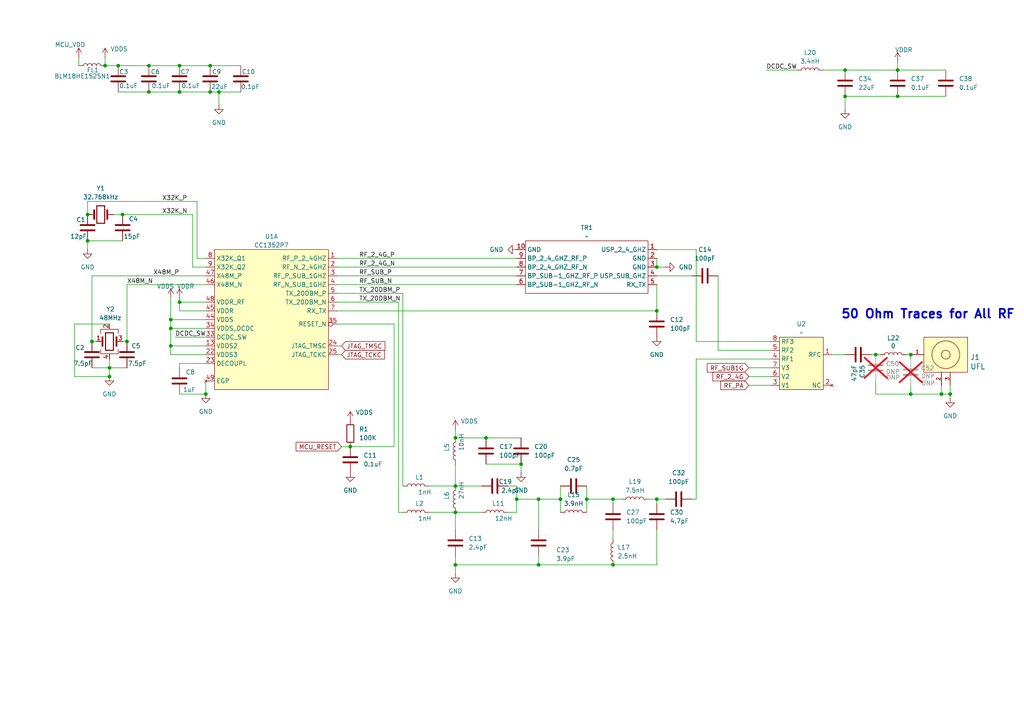
<source format=kicad_sch>
(kicad_sch (version 20231120) (generator "eeschema") (generator_version "8.0")
  (paper "A4")
  (lib_symbols
    (symbol "Device:C" (pin_numbers hide) (pin_names (offset 0.254))
      (property "Reference" "C" (at 0.635 2.54 0))
      (property "Value" "C" (at 0.635 -2.54 0))
      (symbol "C_0_1"
        (polyline (pts (xy -2.032 -0.762) (xy 2.032 -0.762)) (stroke (width 0.508)))
        (polyline (pts (xy -2.032 0.762) (xy 2.032 0.762)) (stroke (width 0.508)))
      )
      (symbol "C_1_1"
        (pin passive line (at 0 3.81 270) (length 2.794) (name "~") (number "1"))
        (pin passive line (at 0 -3.81 90) (length 2.794) (name "~") (number "2"))
      )
    )
    (symbol "Device:Crystal" (pin_numbers hide) (pin_names (offset 1.016) hide)
      (property "Reference" "Y" (at 0 3.81 0))
      (property "Value" "Crystal" (at 0 -3.81 0))
      (symbol "Crystal_0_1"
        (rectangle (start -1.143 2.54) (end 1.143 -2.54) (stroke (width 0.3048)))
        (polyline (pts (xy -2.54 0) (xy -1.905 0)))
        (polyline (pts (xy -1.905 -1.27) (xy -1.905 1.27)) (stroke (width 0.508)))
        (polyline (pts (xy 1.905 -1.27) (xy 1.905 1.27)) (stroke (width 0.508)))
        (polyline (pts (xy 2.54 0) (xy 1.905 0)))
      )
      (symbol "Crystal_1_1"
        (pin passive line (at -3.81 0 0) (length 1.27) (name "1") (number "1"))
        (pin passive line (at 3.81 0 180) (length 1.27) (name "2") (number "2"))
      )
    )
    (symbol "Device:Crystal_GND24" (pin_names (offset 1.016) hide)
      (property "Reference" "Y" (at 3.175 5.08 0))
      (property "Value" "Crystal_GND24" (at 3.175 3.175 0))
      (symbol "Crystal_GND24_0_1"
        (rectangle (start -1.143 2.54) (end 1.143 -2.54) (stroke (width 0.3048)))
        (polyline (pts (xy -2.54 0) (xy -2.032 0)))
        (polyline (pts (xy -2.032 -1.27) (xy -2.032 1.27)) (stroke (width 0.508)))
        (polyline (pts (xy 0 -3.81) (xy 0 -3.556)))
        (polyline (pts (xy 0 3.556) (xy 0 3.81)))
        (polyline (pts (xy 2.032 -1.27) (xy 2.032 1.27)) (stroke (width 0.508)))
        (polyline (pts (xy 2.032 0) (xy 2.54 0)))
        (polyline (pts (xy -2.54 -2.286) (xy -2.54 -3.556) (xy 2.54 -3.556) (xy 2.54 -2.286)))
        (polyline (pts (xy -2.54 2.286) (xy -2.54 3.556) (xy 2.54 3.556) (xy 2.54 2.286)))
      )
      (symbol "Crystal_GND24_1_1"
        (pin passive line (at -3.81 0 0) (length 1.27) (name "1") (number "1"))
        (pin passive line (at 0 5.08 270) (length 1.27) (name "2") (number "2"))
        (pin passive line (at 3.81 0 180) (length 1.27) (name "3") (number "3"))
        (pin passive line (at 0 -5.08 90) (length 1.27) (name "4") (number "4"))
      )
    )
    (symbol "Device:L" (pin_numbers hide) (pin_names (offset 1.016) hide)
      (property "Reference" "L" (at -1.27 0 90))
      (property "Value" "L" (at 1.905 0 90))
      (symbol "L_0_1"
        (arc (start 0 -2.54) (mid 0.6323 -1.905) (end 0 -1.27))
        (arc (start 0 -1.27) (mid 0.6323 -0.635) (end 0 0))
        (arc (start 0 0) (mid 0.6323 0.635) (end 0 1.27))
        (arc (start 0 1.27) (mid 0.6323 1.905) (end 0 2.54))
      )
      (symbol "L_1_1"
        (pin passive line (at 0 3.81 270) (length 1.27) (name "1") (number "1"))
        (pin passive line (at 0 -3.81 90) (length 1.27) (name "2") (number "2"))
      )
    )
    (symbol "Device:R" (pin_numbers hide) (pin_names (offset 0))
      (property "Reference" "R" (at 2.032 0 90))
      (property "Value" "R" (at 0 0 90))
      (symbol "R_0_1"
        (rectangle (start -1.016 -2.54) (end 1.016 2.54) (stroke (width 0.254)))
      )
      (symbol "R_1_1"
        (pin passive line (at 0 3.81 270) (length 1.27) (name "~") (number "1"))
        (pin passive line (at 0 -3.81 90) (length 1.27) (name "~") (number "2"))
      )
    )
    (symbol "LeashPCB:RF_UFL_SMD-LeashPCB" (pin_names (offset 1.016))
      (property "Reference" "J" (at 0 6.35 0))
      (property "Value" "RF_UFL_SMD-LeashPCB" (at 0 -11.43 0))
      (symbol "RF_UFL_SMD-LeashPCB_0_0"
        (rectangle (start -6.35 5.08) (end 6.35 -5.08) (fill (type background)))
        (circle (center 0 0) (radius 1.27))
        (circle (center 0 0) (radius 4.0132))
      )
      (symbol "RF_UFL_SMD-LeashPCB_1_1"
        (pin input line (at -10.16 0 0) (length 3.81) (name "~") (number "1"))
        (pin input line (at -1.27 -8.89 90) (length 3.81) (name "~") (number "2"))
        (pin input line (at 1.27 -8.89 90) (length 3.81) (name "~") (number "3"))
      )
    )
    (symbol "Pandora:CC1352P74T0RGZR"
      (property "Reference" "U" (at 0 0 0))
      (symbol "CC1352P74T0RGZR_1_1"
        (rectangle (start -17.78 15.24) (end 15.24 -25.4) (fill (type background)))
        (pin passive line (at -20.32 12.7 0) (length 2.54) (name "RF_P_2_4GHZ") (number "1"))
        (pin power_in line (at 17.78 -12.7 180) (length 2.54) (name "VDDS2") (number "13"))
        (pin passive line (at -20.32 10.16 0) (length 2.54) (name "RF_N_2_4GHZ") (number "2"))
        (pin power_in line (at 17.78 -15.24 180) (length 2.54) (name "VDDS3") (number "22"))
        (pin input line (at 17.78 -17.78 180) (length 2.54) (name "DECOUPL") (number "23"))
        (pin bidirectional line (at -20.32 -12.7 0) (length 2.54) (name "JTAG_TMSC") (number "24"))
        (pin output line (at -20.32 -15.24 0) (length 2.54) (name "JTAG_TCKC") (number "25"))
        (pin passive line (at -20.32 7.62 0) (length 2.54) (name "RF_P_SUB_1GHZ") (number "3"))
        (pin power_out line (at 17.78 -10.16 180) (length 2.54) (name "DCDC_SW") (number "33"))
        (pin power_in line (at 17.78 -7.62 180) (length 2.54) (name "VDDS_DCDC") (number "34"))
        (pin input inverted (at -20.32 -6.35 0) (length 2.54) (name "RESET_N") (number "35"))
        (pin passive line (at -20.32 5.08 0) (length 2.54) (name "RF_N_SUB_1GHZ") (number "4"))
        (pin power_in line (at 17.78 -5.08 180) (length 2.54) (name "VDDS") (number "44"))
        (pin power_in line (at 17.78 -2.54 180) (length 2.54) (name "VDDR") (number "45"))
        (pin passive line (at 17.78 5.08 180) (length 2.54) (name "X48M_N") (number "46"))
        (pin passive line (at 17.78 7.62 180) (length 2.54) (name "X48M_P") (number "47"))
        (pin power_in line (at 17.78 0 180) (length 2.54) (name "VDDR_RF") (number "48"))
        (pin no_connect line (at 17.78 -22.86 180) (length 2.54) (name "EGP") (number "49"))
        (pin passive line (at -20.32 2.54 0) (length 2.54) (name "TX_20DBM_P") (number "5"))
        (pin passive line (at -20.32 0 0) (length 2.54) (name "TX_20DBM_N") (number "6"))
        (pin passive line (at -20.32 -2.54 0) (length 2.54) (name "RX_TX") (number "7"))
        (pin passive line (at 17.78 12.7 180) (length 2.54) (name "X32K_Q1") (number "8"))
        (pin passive line (at 17.78 10.16 180) (length 2.54) (name "X32K_Q2") (number "9"))
      )
      (symbol "CC1352P74T0RGZR_2_1"
        (rectangle (start -12.7 10.16) (end 16.51 -25.4) (fill (type background)))
        (pin bidirectional line (at -15.24 7.62 0) (length 2.54) (name "DIO_5") (number "10"))
        (pin bidirectional line (at -15.24 5.08 0) (length 2.54) (name "DIO_6") (number "11"))
        (pin bidirectional line (at -15.24 2.54 0) (length 2.54) (name "DIO_7") (number "12"))
        (pin bidirectional line (at -15.24 0 0) (length 2.54) (name "DIO_8") (number "14"))
        (pin bidirectional line (at -15.24 -2.54 0) (length 2.54) (name "DIO_9") (number "15"))
        (pin bidirectional line (at -15.24 -5.08 0) (length 2.54) (name "DIO_10") (number "16"))
        (pin bidirectional line (at -15.24 -7.62 0) (length 2.54) (name "DIO_11") (number "17"))
        (pin bidirectional line (at -15.24 -10.16 0) (length 2.54) (name "DIO_12") (number "18"))
        (pin bidirectional line (at -15.24 -12.7 0) (length 2.54) (name "DIO_13") (number "19"))
        (pin bidirectional line (at -15.24 -15.24 0) (length 2.54) (name "DIO_14") (number "20"))
        (pin bidirectional line (at -15.24 -17.78 0) (length 2.54) (name "DIO_15") (number "21"))
        (pin bidirectional line (at -15.24 -20.32 0) (length 2.54) (name "DIO_16") (number "26"))
        (pin bidirectional line (at -15.24 -22.86 0) (length 2.54) (name "DIO_17") (number "27"))
        (pin bidirectional line (at 19.05 -22.86 180) (length 2.54) (name "DIO_18") (number "28"))
        (pin bidirectional line (at 19.05 -20.32 180) (length 2.54) (name "DIO_19") (number "29"))
        (pin bidirectional line (at 19.05 -17.78 180) (length 2.54) (name "DIO_20") (number "30"))
        (pin bidirectional line (at 19.05 -15.24 180) (length 2.54) (name "DIO_21") (number "31"))
        (pin bidirectional line (at 19.05 -12.7 180) (length 2.54) (name "DIO_22") (number "32"))
        (pin bidirectional line (at 19.05 -10.16 180) (length 2.54) (name "DIO_23") (number "36"))
        (pin bidirectional line (at 19.05 -7.62 180) (length 2.54) (name "DIO_24") (number "37"))
        (pin bidirectional line (at 19.05 -5.08 180) (length 2.54) (name "DIO_25") (number "38"))
        (pin bidirectional line (at 19.05 -2.54 180) (length 2.54) (name "DIO_26") (number "39"))
        (pin bidirectional line (at 19.05 0 180) (length 2.54) (name "DIO_27") (number "40"))
        (pin bidirectional line (at 19.05 2.54 180) (length 2.54) (name "DIO_28") (number "41"))
        (pin bidirectional line (at 19.05 5.08 180) (length 2.54) (name "DIO_29") (number "42"))
        (pin bidirectional line (at 19.05 7.62 180) (length 2.54) (name "DIO_30") (number "43"))
      )
    )
    (symbol "Pandora:IPC1352"
      (property "Reference" "TR" (at 0 -8.89 0))
      (symbol "IPC1352_0_1"
        (rectangle (start -17.78 7.62) (end 17.78 -7.62))
      )
      (symbol "IPC1352_1_1"
        (pin passive line (at 20.32 5.08 180) (length 2.54) (name "USP_2_4_GHZ") (number "1"))
        (pin passive line (at -20.32 5.08 0) (length 2.54) (name "GND") (number "10"))
        (pin passive line (at 20.32 2.54 180) (length 2.54) (name "GND") (number "2"))
        (pin passive line (at 20.32 0 180) (length 2.54) (name "GND") (number "3"))
        (pin passive line (at 20.32 -2.54 180) (length 2.54) (name "USP_SUB_GHZ") (number "4"))
        (pin passive line (at 20.32 -5.08 180) (length 2.54) (name "RX_TX") (number "5"))
        (pin passive line (at -20.32 -5.08 0) (length 2.54) (name "BP_SUB-1_GHZ_RF_N") (number "6"))
        (pin passive line (at -20.32 -2.54 0) (length 2.54) (name "BP_SUB-1_GHZ_RF_P") (number "7"))
        (pin passive line (at -20.32 0 0) (length 2.54) (name "BP_2_4_GHZ_RF_N") (number "8"))
        (pin passive line (at -20.32 2.54 0) (length 2.54) (name "BP_2_4_GHZ_RF_P") (number "9"))
      )
    )
    (symbol "Pandora:SKY13317-373"
      (property "Reference" "U" (at 0 0 0))
      (symbol "SKY13317-373_1_1"
        (rectangle (start -6.35 6.35) (end 6.35 -8.89) (fill (type background)))
        (pin passive line (at 8.89 1.27 180) (length 2.54) (name "RFC") (number "1"))
        (pin no_connect line (at 8.89 -7.62 180) (length 2.54) (name "NC") (number "2"))
        (pin input line (at -8.89 -7.62 0) (length 2.54) (name "V1") (number "3"))
        (pin passive line (at -8.89 0 0) (length 2.54) (name "RF1") (number "4"))
        (pin passive line (at -8.89 2.54 0) (length 2.54) (name "RF2") (number "5"))
        (pin input line (at -8.89 -5.08 0) (length 2.54) (name "V2") (number "6"))
        (pin input line (at -8.89 -2.54 0) (length 2.54) (name "V3") (number "7"))
        (pin passive line (at -8.89 5.08 0) (length 2.54) (name "RF3") (number "8"))
        (pin no_connect line (at 8.89 -5.08 180) (length 2.54) hide (name "PAD") (number "9"))
      )
    )
    (symbol "power:GND" (power) (pin_numbers hide) (pin_names (offset 0) hide)
      (property "Value" "GND" (at 0 -3.81 0))
      (symbol "GND_0_1"
        (polyline (pts (xy 0 0) (xy 0 -1.27) (xy 1.27 -1.27) (xy 0 -2.54) (xy -1.27 -1.27) (xy 0 -1.27)))
      )
      (symbol "GND_1_1"
        (pin power_in line (at 0 0 270) (length 0) (name "~") (number "1"))
      )
    )
    (symbol "power:VDD" (power) (pin_numbers hide) (pin_names (offset 0) hide)
      (property "Value" "VDD" (at 0 3.556 0))
      (symbol "VDD_0_1"
        (polyline (pts (xy -0.762 1.27) (xy 0 2.54)))
        (polyline (pts (xy 0 0) (xy 0 2.54)))
        (polyline (pts (xy 0 2.54) (xy 0.762 1.27)))
      )
      (symbol "VDD_1_1"
        (pin power_in line (at 0 0 90) (length 0) (name "~") (number "1"))
      )
    )
  )
  (junction (at 245.11 27.94))
  (junction (at 25.4 62.23))
  (junction (at 177.8 163.83))
  (junction (at 151.13 134.62))
  (junction (at 132.08 127))
  (junction (at 156.21 163.83))
  (junction (at 132.08 163.83))
  (junction (at 245.11 20.32))
  (junction (at 52.07 19.05))
  (junction (at 132.08 148.59))
  (junction (at 101.6 129.54))
  (junction (at 52.07 87.63))
  (junction (at 254 102.87))
  (junction (at 30.48 19.05))
  (junction (at 156.21 144.78))
  (junction (at 43.18 19.05))
  (junction (at 190.5 77.47))
  (junction (at 49.53 92.71))
  (junction (at 43.18 26.67))
  (junction (at 34.29 19.05))
  (junction (at 177.8 144.78))
  (junction (at 190.5 144.78))
  (junction (at 31.75 109.22))
  (junction (at 190.5 90.17))
  (junction (at 49.53 100.33))
  (junction (at 60.96 26.67))
  (junction (at 31.75 106.68))
  (junction (at 25.4 69.85))
  (junction (at 140.97 127))
  (junction (at 260.35 20.32))
  (junction (at 273.05 114.3))
  (junction (at 26.67 99.06))
  (junction (at 60.96 19.05))
  (junction (at 264.16 102.87))
  (junction (at 260.35 27.94))
  (junction (at 35.56 62.23))
  (junction (at 52.07 26.67))
  (junction (at 59.69 114.3))
  (junction (at 63.5 26.67))
  (junction (at 170.18 144.78))
  (junction (at 149.86 144.78))
  (junction (at 49.53 95.25))
  (junction (at 162.56 144.78))
  (junction (at 264.16 114.3))
  (junction (at 275.59 114.3))
  (junction (at 132.08 140.97))
  (junction (at 36.83 99.06))
  (wire (pts (xy 190.5 163.83) (xy 177.8 163.83)))
  (wire (pts (xy 36.83 82.55) (xy 36.83 99.06)))
  (wire (pts (xy 222.25 20.32) (xy 231.14 20.32)))
  (wire (pts (xy 97.79 77.47) (xy 149.86 77.47)))
  (wire (pts (xy 49.53 102.87) (xy 49.53 100.33)))
  (wire (pts (xy 132.08 148.59) (xy 132.08 153.67)))
  (wire (pts (xy 170.18 140.97) (xy 170.18 144.78)))
  (wire (pts (xy 238.76 20.32) (xy 245.11 20.32)))
  (wire (pts (xy 49.53 92.71) (xy 59.69 92.71)))
  (wire (pts (xy 177.8 144.78) (xy 180.34 144.78)))
  (wire (pts (xy 26.67 106.68) (xy 31.75 106.68)))
  (wire (pts (xy 97.79 85.09) (xy 116.84 85.09)))
  (wire (pts (xy 49.53 95.25) (xy 59.69 95.25)))
  (wire (pts (xy 99.06 129.54) (xy 101.6 129.54)))
  (wire (pts (xy 241.3 102.87) (xy 245.11 102.87)))
  (wire (pts (xy 26.67 99.06) (xy 26.67 80.01)))
  (wire (pts (xy 35.56 62.23) (xy 55.88 62.23)))
  (wire (pts (xy 34.29 19.05) (xy 43.18 19.05)))
  (wire (pts (xy 52.07 114.3) (xy 59.69 114.3)))
  (wire (pts (xy 140.97 127) (xy 151.13 127)))
  (wire (pts (xy 245.11 20.32) (xy 260.35 20.32)))
  (wire (pts (xy 25.4 58.42) (xy 25.4 62.23)))
  (wire (pts (xy 245.11 27.94) (xy 245.11 31.75)))
  (wire (pts (xy 156.21 161.29) (xy 156.21 163.83)))
  (wire (pts (xy 260.35 20.32) (xy 274.32 20.32)))
  (wire (pts (xy 31.75 106.68) (xy 36.83 106.68)))
  (wire (pts (xy 52.07 87.63) (xy 59.69 87.63)))
  (wire (pts (xy 114.3 93.98) (xy 114.3 129.54)))
  (wire (pts (xy 273.05 111.76) (xy 273.05 114.3)))
  (wire (pts (xy 49.53 102.87) (xy 59.69 102.87)))
  (wire (pts (xy 132.08 163.83) (xy 132.08 161.29)))
  (wire (pts (xy 264.16 114.3) (xy 254 114.3)))
  (wire (pts (xy 200.66 80.01) (xy 190.5 80.01)))
  (wire (pts (xy 26.67 99.06) (xy 27.94 99.06)))
  (wire (pts (xy 124.46 140.97) (xy 132.08 140.97)))
  (wire (pts (xy 59.69 110.49) (xy 59.69 114.3)))
  (wire (pts (xy 162.56 140.97) (xy 162.56 144.78)))
  (wire (pts (xy 30.48 16.51) (xy 30.48 19.05)))
  (wire (pts (xy 170.18 144.78) (xy 177.8 144.78)))
  (wire (pts (xy 57.15 58.42) (xy 25.4 58.42)))
  (wire (pts (xy 31.75 104.14) (xy 31.75 106.68)))
  (wire (pts (xy 69.85 26.67) (xy 63.5 26.67)))
  (wire (pts (xy 245.11 27.94) (xy 260.35 27.94)))
  (wire (pts (xy 275.59 114.3) (xy 275.59 111.76)))
  (wire (pts (xy 254 114.3) (xy 254 110.49)))
  (wire (pts (xy 149.86 140.97) (xy 147.32 140.97)))
  (wire (pts (xy 170.18 144.78) (xy 170.18 148.59)))
  (wire (pts (xy 97.79 82.55) (xy 149.86 82.55)))
  (wire (pts (xy 132.08 148.59) (xy 139.7 148.59)))
  (wire (pts (xy 22.86 16.51) (xy 22.86 19.05)))
  (wire (pts (xy 208.28 80.01) (xy 208.28 101.6)))
  (wire (pts (xy 59.69 90.17) (xy 52.07 90.17)))
  (wire (pts (xy 21.59 109.22) (xy 31.75 109.22)))
  (wire (pts (xy 132.08 127) (xy 140.97 127)))
  (wire (pts (xy 190.5 153.67) (xy 190.5 163.83)))
  (wire (pts (xy 59.69 82.55) (xy 36.83 82.55)))
  (wire (pts (xy 162.56 144.78) (xy 162.56 148.59)))
  (wire (pts (xy 217.17 111.76) (xy 223.52 111.76)))
  (wire (pts (xy 201.93 99.06) (xy 223.52 99.06)))
  (wire (pts (xy 217.17 109.22) (xy 223.52 109.22)))
  (wire (pts (xy 57.15 74.93) (xy 59.69 74.93)))
  (wire (pts (xy 208.28 101.6) (xy 223.52 101.6)))
  (wire (pts (xy 156.21 163.83) (xy 132.08 163.83)))
  (wire (pts (xy 260.35 27.94) (xy 274.32 27.94)))
  (wire (pts (xy 132.08 140.97) (xy 139.7 140.97)))
  (wire (pts (xy 97.79 93.98) (xy 114.3 93.98)))
  (wire (pts (xy 190.5 144.78) (xy 190.5 146.05)))
  (wire (pts (xy 156.21 144.78) (xy 162.56 144.78)))
  (wire (pts (xy 52.07 105.41) (xy 52.07 106.68)))
  (wire (pts (xy 147.32 148.59) (xy 149.86 148.59)))
  (wire (pts (xy 30.48 19.05) (xy 34.29 19.05)))
  (wire (pts (xy 97.79 102.87) (xy 99.06 102.87)))
  (wire (pts (xy 55.88 62.23) (xy 55.88 77.47)))
  (wire (pts (xy 177.8 144.78) (xy 177.8 146.05)))
  (wire (pts (xy 101.6 129.54) (xy 114.3 129.54)))
  (wire (pts (xy 26.67 80.01) (xy 59.69 80.01)))
  (wire (pts (xy 21.59 93.98) (xy 21.59 109.22)))
  (wire (pts (xy 275.59 115.57) (xy 275.59 114.3)))
  (wire (pts (xy 116.84 85.09) (xy 116.84 140.97)))
  (wire (pts (xy 264.16 114.3) (xy 264.16 111.76)))
  (wire (pts (xy 49.53 92.71) (xy 49.53 95.25)))
  (wire (pts (xy 60.96 19.05) (xy 69.85 19.05)))
  (wire (pts (xy 33.02 62.23) (xy 35.56 62.23)))
  (wire (pts (xy 49.53 86.36) (xy 49.53 92.71)))
  (wire (pts (xy 60.96 26.67) (xy 63.5 26.67)))
  (wire (pts (xy 34.29 26.67) (xy 43.18 26.67)))
  (wire (pts (xy 264.16 102.87) (xy 264.16 104.14)))
  (wire (pts (xy 31.75 93.98) (xy 21.59 93.98)))
  (wire (pts (xy 97.79 90.17) (xy 190.5 90.17)))
  (wire (pts (xy 124.46 148.59) (xy 132.08 148.59)))
  (wire (pts (xy 190.5 77.47) (xy 193.04 77.47)))
  (wire (pts (xy 260.35 17.78) (xy 260.35 20.32)))
  (wire (pts (xy 149.86 144.78) (xy 149.86 140.97)))
  (wire (pts (xy 63.5 26.67) (xy 63.5 30.48)))
  (wire (pts (xy 140.97 134.62) (xy 151.13 134.62)))
  (wire (pts (xy 273.05 114.3) (xy 275.59 114.3)))
  (wire (pts (xy 190.5 82.55) (xy 190.5 90.17)))
  (wire (pts (xy 55.88 77.47) (xy 59.69 77.47)))
  (wire (pts (xy 201.93 144.78) (xy 201.93 104.14)))
  (wire (pts (xy 190.5 74.93) (xy 190.5 77.47)))
  (wire (pts (xy 35.56 99.06) (xy 36.83 99.06)))
  (wire (pts (xy 57.15 58.42) (xy 57.15 74.93)))
  (wire (pts (xy 52.07 86.36) (xy 52.07 87.63)))
  (wire (pts (xy 25.4 69.85) (xy 35.56 69.85)))
  (wire (pts (xy 97.79 74.93) (xy 149.86 74.93)))
  (wire (pts (xy 156.21 153.67) (xy 156.21 144.78)))
  (wire (pts (xy 50.8 97.79) (xy 59.69 97.79)))
  (wire (pts (xy 201.93 72.39) (xy 201.93 99.06)))
  (wire (pts (xy 177.8 163.83) (xy 156.21 163.83)))
  (wire (pts (xy 97.79 87.63) (xy 115.57 87.63)))
  (wire (pts (xy 52.07 26.67) (xy 60.96 26.67)))
  (wire (pts (xy 43.18 26.67) (xy 52.07 26.67)))
  (wire (pts (xy 97.79 100.33) (xy 99.06 100.33)))
  (wire (pts (xy 254 102.87) (xy 255.27 102.87)))
  (wire (pts (xy 49.53 100.33) (xy 59.69 100.33)))
  (wire (pts (xy 115.57 148.59) (xy 116.84 148.59)))
  (wire (pts (xy 52.07 90.17) (xy 52.07 87.63)))
  (wire (pts (xy 264.16 114.3) (xy 273.05 114.3)))
  (wire (pts (xy 151.13 134.62) (xy 151.13 137.16)))
  (wire (pts (xy 43.18 19.05) (xy 52.07 19.05)))
  (wire (pts (xy 25.4 69.85) (xy 25.4 72.39)))
  (wire (pts (xy 149.86 148.59) (xy 149.86 144.78)))
  (wire (pts (xy 177.8 153.67) (xy 177.8 156.21)))
  (wire (pts (xy 132.08 134.62) (xy 132.08 140.97)))
  (wire (pts (xy 31.75 106.68) (xy 31.75 109.22)))
  (wire (pts (xy 132.08 124.46) (xy 132.08 127)))
  (wire (pts (xy 132.08 163.83) (xy 132.08 166.37)))
  (wire (pts (xy 115.57 87.63) (xy 115.57 148.59)))
  (wire (pts (xy 201.93 144.78) (xy 200.66 144.78)))
  (wire (pts (xy 223.52 106.68) (xy 217.17 106.68)))
  (wire (pts (xy 190.5 72.39) (xy 201.93 72.39)))
  (wire (pts (xy 187.96 144.78) (xy 190.5 144.78)))
  (wire (pts (xy 262.89 102.87) (xy 264.16 102.87)))
  (wire (pts (xy 59.69 105.41) (xy 52.07 105.41)))
  (wire (pts (xy 156.21 144.78) (xy 149.86 144.78)))
  (wire (pts (xy 201.93 104.14) (xy 223.52 104.14)))
  (wire (pts (xy 252.73 102.87) (xy 254 102.87)))
  (wire (pts (xy 97.79 80.01) (xy 149.86 80.01)))
  (wire (pts (xy 190.5 144.78) (xy 193.04 144.78)))
  (wire (pts (xy 49.53 100.33) (xy 49.53 95.25)))
  (wire (pts (xy 52.07 19.05) (xy 60.96 19.05)))
  (text "50 Ohm Traces for All RF\n" (at 243.84 92.71 0) (effects (font (size 2.54 2.54) (thickness 0.508) (bold yes)) (justify left bottom)))
  (label "X48M_N" (at 36.83 82.55 0))
  (label "X32K_N" (at 46.99 62.23 0))
  (label "DCDC_SW" (at 50.8 97.79 0))
  (label "RF_2_4G_N" (at 104.14 77.47 0))
  (label "TX_20DBM_P" (at 104.14 85.09 0))
  (label "RF_2_4G_P" (at 104.14 74.93 0))
  (label "DCDC_SW" (at 222.25 20.32 0))
  (label "X32K_P" (at 46.99 58.42 0))
  (label "RF_SUB_N" (at 104.14 82.55 0))
  (label "X48M_P" (at 44.45 80.01 0))
  (label "RF_SUB_P" (at 104.14 80.01 0))
  (label "TX_20DBM_N" (at 104.14 87.63 0))
  (global_label "RF_SUB1G" (shape input) (at 217.17 106.68 180) (property "Intersheetrefs" "${INTERSHEET_REFS}" (effects (hide yes))))
  (global_label "RF_2_4G" (shape input) (at 217.17 109.22 180) (property "Intersheetrefs" "${INTERSHEET_REFS}" (effects (hide yes))))
  (global_label "JTAG_TMSC" (shape input) (at 99.06 100.33 0) (property "Intersheetrefs" "${INTERSHEET_REFS}" (effects (hide yes))))
  (global_label "MCU_RESET" (shape input) (at 99.06 129.54 180) (property "Intersheetrefs" "${INTERSHEET_REFS}" (effects (hide yes))))
  (global_label "JTAG_TCKC" (shape input) (at 99.06 102.87 0) (property "Intersheetrefs" "${INTERSHEET_REFS}" (effects (hide yes))))
  (global_label "RF_PA" (shape input) (at 217.17 111.76 180) (property "Intersheetrefs" "${INTERSHEET_REFS}" (effects (hide yes))))
  (symbol (lib_id "Device:L") (at 143.51 148.59 90) (unit 1)
    (property "Reference" "L11" (at 144.526 146.05 90))
    (property "Value" "12nH" (at 146.05 150.368 90))
    (property "Footprint" "Inductor_SMD:L_0201_0603Metric" (effects (hide yes)))
    (property "Description" "Inductor" (effects (hide yes)))
    (property "MPN1" "LQP03TN12NHZ2J" (effects (hide yes)))
    (property "Vendor1" "MURATA" (effects (hide yes)))
  )
  (symbol (lib_id "Device:C") (at 156.21 157.48 180) (unit 1)
    (property "Reference" "C23" (at 161.29 159.512 0) (effects (justify right)))
    (property "Value" "3.9pF" (at 161.29 162.052 0) (effects (justify right)))
    (property "Footprint" "Capacitor_SMD:C_0201_0603Metric" (effects (hide yes)))
    (property "Description" "Unpolarized capacitor" (effects (hide yes)))
    (property "MPN1" "GRM0335C1H3R9BA01J" (effects (hide yes)))
    (property "Vendor1" "MURATA" (effects (hide yes)))
  )
  (symbol (lib_id "power:VDD") (at 52.07 86.36 0) (unit 1)
    (property "Reference" "#PWR06" (effects (hide yes)))
    (property "Value" "VDDR" (at 53.848 83.058 0))
    (property "Description" "Power symbol creates a global label with name \"VDD\"" (effects (hide yes)))
  )
  (symbol (lib_id "Device:C") (at 260.35 24.13 0) (unit 1)
    (property "Reference" "C37" (at 264.16 22.8599 0) (effects (justify left)))
    (property "Value" "0.1uF" (at 264.16 25.3999 0) (effects (justify left)))
    (property "Footprint" "Capacitor_SMD:C_0402_1005Metric" (effects (hide yes)))
    (property "Description" "Unpolarized capacitor" (effects (hide yes)))
    (property "MPN1" "GRM155R71E104KE14D" (effects (hide yes)))
    (property "Vendor1" "MURATA" (effects (hide yes)))
  )
  (symbol (lib_id "Device:C") (at 25.4 66.04 0) (unit 1)
    (property "Reference" "C1" (at 22.098 63.754 0) (effects (justify left)))
    (property "Value" "12pF" (at 20.32 68.58 0) (effects (justify left)))
    (property "Footprint" "Capacitor_SMD:C_0201_0603Metric" (effects (hide yes)))
    (property "Description" "Unpolarized capacitor" (effects (hide yes)))
    (property "MPN1" "GJM1555C1H120JB01D" (effects (hide yes)))
    (property "Vendor1" "MURATA" (effects (hide yes)))
  )
  (symbol (lib_id "power:VDD") (at 30.48 16.51 0) (unit 1)
    (property "Reference" "#PWR03" (effects (hide yes)))
    (property "Value" "VDDS" (at 34.544 14.224 0))
    (property "Description" "Power symbol creates a global label with name \"VDD\"" (effects (hide yes)))
  )
  (symbol (lib_id "Device:C") (at 166.37 140.97 270) (unit 1)
    (property "Reference" "C25" (at 166.37 133.35 90))
    (property "Value" "0.7pF" (at 166.37 135.89 90))
    (property "Footprint" "Capacitor_SMD:C_0201_0603Metric" (effects (hide yes)))
    (property "Description" "Unpolarized capacitor" (effects (hide yes)))
    (property "MPN1" "GRM0335C1HR70WA01D" (effects (hide yes)))
    (property "Vendor1" "MURATA" (effects (hide yes)))
  )
  (symbol (lib_id "Device:C") (at 274.32 24.13 0) (unit 1)
    (property "Reference" "C38" (at 278.13 22.8599 0) (effects (justify left)))
    (property "Value" "0.1uF" (at 278.13 25.3999 0) (effects (justify left)))
    (property "Footprint" "Capacitor_SMD:C_0402_1005Metric" (effects (hide yes)))
    (property "Description" "Unpolarized capacitor" (effects (hide yes)))
    (property "MPN1" "GRM155R71E104KE14D" (effects (hide yes)))
    (property "Vendor1" "MURATA" (effects (hide yes)))
  )
  (symbol (lib_id "power:GND") (at 151.13 137.16 0) (unit 1)
    (property "Reference" "#PWR017" (effects (hide yes)))
    (property "Value" "GND" (at 151.13 142.24 0))
    (property "Description" "Power symbol creates a global label with name \"GND\" , ground" (effects (hide yes)))
  )
  (symbol (lib_id "Device:R") (at 101.6 125.73 0) (unit 1)
    (property "Reference" "R1" (at 104.14 124.4599 0) (effects (justify left)))
    (property "Value" "100K" (at 104.14 126.9999 0) (effects (justify left)))
    (property "Footprint" "Resistor_SMD:R_0402_1005Metric" (effects (hide yes)))
    (property "Description" "Resistor" (effects (hide yes)))
    (property "MPN1" "CRCW0402100KJNED" (effects (hide yes)))
    (property "Vendor1" "VISHAY" (effects (hide yes)))
  )
  (symbol (lib_id "Device:C") (at 43.18 22.86 0) (unit 1)
    (property "Reference" "C6" (at 43.688 20.828 0) (effects (justify left)))
    (property "Value" "0.1uF" (at 43.942 24.892 0) (effects (justify left)))
    (property "Footprint" "Capacitor_SMD:C_0402_1005Metric" (effects (hide yes)))
    (property "Description" "Unpolarized capacitor" (effects (hide yes)))
    (property "MPN1" "GRM155R71E104KE14D" (effects (hide yes)))
    (property "Vendor1" "MURATA" (effects (hide yes)))
  )
  (symbol (lib_id "Device:C") (at 143.51 140.97 90) (unit 1)
    (property "Reference" "C19" (at 146.558 139.7 90))
    (property "Value" "2.4pF" (at 148.082 142.24 90))
    (property "Footprint" "Capacitor_SMD:C_0201_0603Metric" (effects (hide yes)))
    (property "Description" "Unpolarized capacitor" (effects (hide yes)))
    (property "MPN1" "GRM0335C1H2R4BA01J" (effects (hide yes)))
    (property "Vendor1" "MURATA" (effects (hide yes)))
  )
  (symbol (lib_id "Device:L") (at 166.37 148.59 90) (unit 1)
    (property "Reference" "L15" (at 166.37 143.51 90))
    (property "Value" "3.9nH" (at 166.37 146.05 90))
    (property "Footprint" "Inductor_SMD:L_0201_0603Metric" (effects (hide yes)))
    (property "Description" "Inductor" (effects (hide yes)))
    (property "MPN1" "LQP03TN3N9B02J" (effects (hide yes)))
    (property "Vendor1" "MURATA" (effects (hide yes)))
  )
  (symbol (lib_id "power:GND") (at 31.75 109.22 0) (unit 1)
    (property "Reference" "#PWR04" (effects (hide yes)))
    (property "Value" "GND" (at 31.75 114.3 0))
    (property "Description" "Power symbol creates a global label with name \"GND\" , ground" (effects (hide yes)))
  )
  (symbol (lib_id "Device:L") (at 120.65 140.97 90) (unit 1)
    (property "Reference" "L1" (at 121.666 138.43 90))
    (property "Value" "1nH" (at 123.19 142.748 90))
    (property "Footprint" "Inductor_SMD:L_0201_0603Metric" (effects (hide yes)))
    (property "Description" "Inductor" (effects (hide yes)))
    (property "MPN1" "LQP03TN3N7B02J" (effects (hide yes)))
    (property "Vendor1" "MURATA" (effects (hide yes)))
  )
  (symbol (lib_id "Pandora:IPC1352") (at 170.18 77.47 0) (unit 1)
    (property "Reference" "TR1" (at 170.18 66.04 0))
    (property "Value" "~" (at 170.18 68.58 0))
    (property "Footprint" "Pandora:IPC1352" (effects (hide yes)))
    (property "MPN1" "LFB21868MDZ5E757" (effects (hide yes)))
    (property "Vendor1" "MURATA" (effects (hide yes)))
    (property "Value modifier" "0900PC15A0036" (effects (hide yes)))
  )
  (symbol (lib_id "power:VDD") (at 101.6 121.92 0) (unit 1)
    (property "Reference" "#PWR09" (effects (hide yes)))
    (property "Value" "VDDS" (at 105.664 119.634 0))
    (property "Description" "Power symbol creates a global label with name \"VDD\"" (effects (hide yes)))
  )
  (symbol (lib_id "power:VDD") (at 132.08 124.46 0) (unit 1)
    (property "Reference" "#PWR013" (effects (hide yes)))
    (property "Value" "VDDS" (at 136.144 122.174 0))
    (property "Description" "Power symbol creates a global label with name \"VDD\"" (effects (hide yes)))
  )
  (symbol (lib_id "Device:C") (at 52.07 110.49 0) (unit 1)
    (property "Reference" "C8" (at 53.848 107.95 0) (effects (justify left)))
    (property "Value" "1uF" (at 53.086 113.03 0) (effects (justify left)))
    (property "Footprint" "Capacitor_SMD:C_0402_1005Metric" (effects (hide yes)))
    (property "Description" "Unpolarized capacitor" (effects (hide yes)))
    (property "MPN1" "GRM155C81C105KE15D" (effects (hide yes)))
    (property "Vendor1" "MURATA" (effects (hide yes)))
  )
  (symbol (lib_id "Device:L") (at 120.65 148.59 90) (unit 1)
    (property "Reference" "L2" (at 121.666 146.05 90))
    (property "Value" "1nH" (at 123.19 150.368 90))
    (property "Footprint" "Inductor_SMD:L_0201_0603Metric" (effects (hide yes)))
    (property "Description" "Inductor" (effects (hide yes)))
    (property "MPN1" "LQP03TN3N7B02J" (effects (hide yes)))
    (property "Vendor1" "MURATA" (effects (hide yes)))
  )
  (symbol (lib_id "Device:C") (at 196.85 144.78 90) (unit 1)
    (property "Reference" "C32" (at 196.85 137.16 90))
    (property "Value" "100pF" (at 196.85 139.7 90))
    (property "Footprint" "Capacitor_SMD:C_0201_0603Metric" (effects (hide yes)))
    (property "Description" "Unpolarized capacitor" (effects (hide yes)))
    (property "MPN1" "GRM0335C1H101GA01D" (effects (hide yes)))
    (property "Vendor1" "MURATA" (effects (hide yes)))
  )
  (symbol (lib_id "Device:C") (at 52.07 22.86 0) (unit 1)
    (property "Reference" "C7" (at 52.324 20.828 0) (effects (justify left)))
    (property "Value" "0.1uF" (at 52.578 24.892 0) (effects (justify left)))
    (property "Footprint" "Capacitor_SMD:C_0402_1005Metric" (effects (hide yes)))
    (property "Description" "Unpolarized capacitor" (effects (hide yes)))
    (property "MPN1" "GRM155R71E104KE14D" (effects (hide yes)))
    (property "Vendor1" "MURATA" (effects (hide yes)))
  )
  (symbol (lib_id "power:GND") (at 149.86 72.39 270) (unit 1)
    (property "Reference" "#PWR011" (effects (hide yes)))
    (property "Value" "GND" (at 146.05 72.3899 90) (effects (justify right)))
    (property "Description" "Power symbol creates a global label with name \"GND\" , ground" (effects (hide yes)))
  )
  (symbol (lib_id "power:VDD") (at 22.86 16.51 0) (unit 1)
    (property "Reference" "#PWR01" (effects (hide yes)))
    (property "Value" "MCU_VDD" (at 20.32 12.954 0))
    (property "Description" "Power symbol creates a global label with name \"VDD\"" (effects (hide yes)))
  )
  (symbol (lib_id "Device:C") (at 254 106.68 0) (unit 1) (dnp yes)
    (property "Reference" "C50" (at 256.921 105.5116 0) (effects (justify left)))
    (property "Value" "DNP" (at 256.921 107.823 0) (effects (justify left)))
    (property "Footprint" "Capacitor_SMD:C_0201_0603Metric" (effects (hide yes)))
    (property "Description" "Unpolarized capacitor" (effects (hide yes)))
    (property "Link1" "https://www.digikey.com/product-detail/en/yageo/CC0402CRNPO9BN2R7/311-1005-1-ND/302922" (effects (hide yes)))
    (property "MPN1" "CC0402CRNPO9BN2R7" (effects (hide yes)))
    (property "Standard Price" "$0.00454" (effects (hide yes)))
    (property "Vendor1" "Yageo" (effects (hide yes)))
    (property "Short Description" "CAP CER 2.7PF 50V C0G/NPO 0402" (effects (hide yes)))
    (property "Population" "DNP" (at 259.08 109.474 0))
    (property "MPN2" "CC0402CRNPO9BN2R7" (effects (hide yes)))
    (property "Vendor2" "YAGEO" (effects (hide yes)))
  )
  (symbol (lib_id "Device:C") (at 34.29 22.86 0) (unit 1)
    (property "Reference" "C3" (at 34.544 20.828 0) (effects (justify left)))
    (property "Value" "0.1uF" (at 34.544 24.892 0) (effects (justify left)))
    (property "Footprint" "Capacitor_SMD:C_0402_1005Metric" (effects (hide yes)))
    (property "Description" "Unpolarized capacitor" (effects (hide yes)))
    (property "MPN1" "GRM155R71E104KE14D" (effects (hide yes)))
    (property "Vendor1" "MURATA" (effects (hide yes)))
  )
  (symbol (lib_id "power:GND") (at 25.4 72.39 0) (unit 1)
    (property "Reference" "#PWR02" (effects (hide yes)))
    (property "Value" "GND" (at 25.4 77.47 0))
    (property "Description" "Power symbol creates a global label with name \"GND\" , ground" (effects (hide yes)))
  )
  (symbol (lib_id "Device:L") (at 177.8 160.02 180) (unit 1)
    (property "Reference" "L17" (at 179.07 158.7499 0) (effects (justify right)))
    (property "Value" "2.5nH" (at 179.07 161.2899 0) (effects (justify right)))
    (property "Footprint" "Inductor_SMD:L_0201_0603Metric" (effects (hide yes)))
    (property "Description" "Inductor" (effects (hide yes)))
    (property "MPN1" "LQP03TN2N5B02J" (effects (hide yes)))
    (property "Vendor1" "MURATA" (effects (hide yes)))
  )
  (symbol (lib_id "Device:C") (at 248.92 102.87 90) (unit 1)
    (property "Reference" "C35" (at 250.0884 105.791 0) (effects (justify right)))
    (property "Value" "47pF" (at 247.777 105.791 0) (effects (justify right)))
    (property "Footprint" "Capacitor_SMD:C_0201_0603Metric" (effects (hide yes)))
    (property "Description" "Unpolarized capacitor" (effects (hide yes)))
    (property "Link1" "https://www.mouser.com/datasheet/2/281/1/GRM0335C1E470JA01_01A-1980386.pdf" (effects (hide yes)))
    (property "MPN1" "GRM0335C1E470JA01D" (effects (hide yes)))
    (property "Standard Price" "$0.00476" (effects (hide yes)))
    (property "Vendor1" "Murata Electronics North America" (effects (hide yes)))
    (property "Short Description" "CAP CER 47PF 50V C0G/NP0 0201" (effects (hide yes)))
    (property "Seeed PN" "302012202" (effects (hide yes)))
    (property "MPN2" "GRM0335C1E470JA01D" (effects (hide yes)))
    (property "Seeed Description" "SMD CAP Ceramic 47PF-25V-C0G/NP0;0201" (effects (hide yes)))
    (property "Vendor2" "YAGEO" (effects (hide yes)))
    (property "Population" "DNP" (effects (hide yes)))
  )
  (symbol (lib_id "Device:C") (at 140.97 130.81 180) (unit 1)
    (property "Reference" "C17" (at 144.78 129.5399 0) (effects (justify right)))
    (property "Value" "100pF" (at 144.78 132.0799 0) (effects (justify right)))
    (property "Footprint" "Capacitor_SMD:C_0201_0603Metric" (effects (hide yes)))
    (property "Description" "Unpolarized capacitor" (effects (hide yes)))
    (property "MPN1" "GRM0335C1H101GA01D" (effects (hide yes)))
    (property "Vendor1" "MURATA" (effects (hide yes)))
  )
  (symbol (lib_id "Device:L") (at 184.15 144.78 90) (unit 1)
    (property "Reference" "L19" (at 184.15 139.7 90))
    (property "Value" "7.5nH" (at 184.15 142.24 90))
    (property "Footprint" "Inductor_SMD:L_0201_0603Metric" (effects (hide yes)))
    (property "Description" "Inductor" (effects (hide yes)))
    (property "MPN1" "LQP03TN7N5HZ2J" (effects (hide yes)))
    (property "Vendor1" "MURATA" (effects (hide yes)))
  )
  (symbol (lib_id "power:VDD") (at 260.35 17.78 0) (unit 1)
    (property "Reference" "#PWR020" (effects (hide yes)))
    (property "Value" "VDDR" (at 262.128 14.478 0))
    (property "Description" "Power symbol creates a global label with name \"VDD\"" (effects (hide yes)))
  )
  (symbol (lib_id "Device:C") (at 151.13 130.81 180) (unit 1)
    (property "Reference" "C20" (at 154.94 129.5399 0) (effects (justify right)))
    (property "Value" "100pF" (at 154.94 132.0799 0) (effects (justify right)))
    (property "Footprint" "Capacitor_SMD:C_0201_0603Metric" (effects (hide yes)))
    (property "Description" "Unpolarized capacitor" (effects (hide yes)))
    (property "MPN1" "GRM0335C1H101GA01D" (effects (hide yes)))
    (property "Vendor1" "MURATA" (effects (hide yes)))
  )
  (symbol (lib_id "Pandora:SKY13317-373") (at 232.41 104.14 0) (unit 1)
    (property "Reference" "U2" (at 232.41 93.98 0))
    (property "Value" "~" (at 232.41 96.52 0))
    (property "Footprint" "Pandora:Skyworks_SKY1337-373LF" (effects (hide yes)))
    (property "MPN1" "SKY13317-373LF" (effects (hide yes)))
    (property "Vendor1" "SKYWORKS" (effects (hide yes)))
  )
  (symbol (lib_id "Device:C") (at 101.6 133.35 0) (unit 1)
    (property "Reference" "C11" (at 105.41 132.0799 0) (effects (justify left)))
    (property "Value" "0.1uF" (at 105.41 134.6199 0) (effects (justify left)))
    (property "Footprint" "Capacitor_SMD:C_0402_1005Metric" (effects (hide yes)))
    (property "Description" "Unpolarized capacitor" (effects (hide yes)))
    (property "MPN1" "GRM155R71E104KE14D" (effects (hide yes)))
    (property "Vendor1" "MURATA" (effects (hide yes)))
  )
  (symbol (lib_id "Device:L") (at 132.08 130.81 180) (unit 1)
    (property "Reference" "L5" (at 129.54 129.794 90))
    (property "Value" "10nH" (at 133.858 128.27 90))
    (property "Footprint" "Inductor_SMD:L_0201_0603Metric" (effects (hide yes)))
    (property "Description" "Inductor" (effects (hide yes)))
    (property "MPN1" "LQP03TN12NHZ2J" (effects (hide yes)))
    (property "Vendor1" "MURATA" (effects (hide yes)))
  )
  (symbol (lib_id "Device:C") (at 177.8 149.86 180) (unit 1)
    (property "Reference" "C27" (at 181.61 148.5899 0) (effects (justify right)))
    (property "Value" "100pF" (at 181.61 151.1299 0) (effects (justify right)))
    (property "Footprint" "Capacitor_SMD:C_0201_0603Metric" (effects (hide yes)))
    (property "Description" "Unpolarized capacitor" (effects (hide yes)))
    (property "MPN1" "GRM0335C1H101GA01D" (effects (hide yes)))
    (property "Vendor1" "MURATA" (effects (hide yes)))
  )
  (symbol (lib_id "Device:C") (at 190.5 93.98 180) (unit 1)
    (property "Reference" "C12" (at 194.31 92.7099 0) (effects (justify right)))
    (property "Value" "100pF" (at 194.31 95.2499 0) (effects (justify right)))
    (property "Footprint" "Capacitor_SMD:C_0201_0603Metric" (effects (hide yes)))
    (property "Description" "Unpolarized capacitor" (effects (hide yes)))
  )
  (symbol (lib_id "Device:C") (at 35.56 66.04 0) (unit 1)
    (property "Reference" "C4" (at 37.338 63.5 0) (effects (justify left)))
    (property "Value" "15pF" (at 35.814 68.58 0) (effects (justify left)))
    (property "Footprint" "Capacitor_SMD:C_0201_0603Metric" (effects (hide yes)))
    (property "Description" "Unpolarized capacitor" (effects (hide yes)))
    (property "MPN1" "GRT1555C1H150JA02D" (effects (hide yes)))
    (property "Vendor1" "MURATA" (effects (hide yes)))
  )
  (symbol (lib_id "Device:L") (at 132.08 144.78 180) (unit 1)
    (property "Reference" "L6" (at 129.54 143.764 90))
    (property "Value" "27nH" (at 133.858 142.24 90))
    (property "Footprint" "Inductor_SMD:L_0201_0603Metric" (effects (hide yes)))
    (property "Description" "Inductor" (effects (hide yes)))
    (property "MPN1" "LQP03TN27NHZ2J" (effects (hide yes)))
    (property "Vendor1" "MURATA" (effects (hide yes)))
  )
  (symbol (lib_id "Device:L") (at 259.08 102.87 270) (mirror x) (unit 1)
    (property "Reference" "L22" (at 259.08 98.044 90))
    (property "Value" "0" (at 259.08 100.3554 90))
    (property "Footprint" "Inductor_SMD:L_0201_0603Metric" (effects (hide yes)))
    (property "Description" "Inductor" (effects (hide yes)))
    (property "Link1" "https://www.digikey.com/product-detail/en/stackpole-electronics-inc/RMCF0402ZT0R00/RMCF0402ZT0R00TR-ND/1756905" (effects (hide yes)))
    (property "MPN1" "RMCF0402ZT0R00" (effects (hide yes)))
    (property "Standard Price" "$0.00127" (effects (hide yes)))
    (property "Vendor1" "Stackpole Electronics Inc" (effects (hide yes)))
    (property "Short Description" "RES 0 OHM JUMPER 1/16W 0402" (effects (hide yes)))
    (property "MPN2" "RC0201JR-7D0RL " (effects (hide yes)))
    (property "Vendor2" "YAGEO" (effects (hide yes)))
    (property "Seeed PN" "301010525" (effects (hide yes)))
    (property "Seeed Description" "SMD RES 0R-±1%-1/20W;0201" (effects (hide yes)))
  )
  (symbol (lib_id "Device:C") (at 204.47 80.01 90) (unit 1)
    (property "Reference" "C14" (at 204.47 72.39 90))
    (property "Value" "100pF" (at 204.47 74.93 90))
    (property "Footprint" "Capacitor_SMD:C_0201_0603Metric" (effects (hide yes)))
    (property "Description" "Unpolarized capacitor" (effects (hide yes)))
  )
  (symbol (lib_id "Device:Crystal") (at 29.21 62.23 0) (unit 1)
    (property "Reference" "Y1" (at 29.21 54.61 0))
    (property "Value" "32.768kHz" (at 29.21 57.15 0))
    (property "Footprint" "Crystal:Crystal_SMD_2012-2Pin_2.0x1.2mm" (effects (hide yes)))
    (property "Description" "Two pin crystal" (effects (hide yes)))
    (property "Vendor1" "Wurth Elektronik" (effects (hide yes)))
    (property "MPN1" "830050789" (effects (hide yes)))
  )
  (symbol (lib_id "power:GND") (at 275.59 115.57 0) (unit 1)
    (property "Reference" "#PWR022" (effects (hide yes)))
    (property "Value" "GND" (at 275.59 120.65 0))
    (property "Description" "Power symbol creates a global label with name \"GND\" , ground" (effects (hide yes)))
  )
  (symbol (lib_id "Device:C") (at 245.11 24.13 0) (unit 1)
    (property "Reference" "C34" (at 248.92 22.8599 0) (effects (justify left)))
    (property "Value" "22uF" (at 248.92 25.3999 0) (effects (justify left)))
    (property "Footprint" "Capacitor_SMD:C_0603_1608Metric" (effects (hide yes)))
    (property "Description" "Unpolarized capacitor" (effects (hide yes)))
    (property "MPN1" "GRM188R60J226MEA0D" (effects (hide yes)))
    (property "Vendor1" "MURATA" (effects (hide yes)))
  )
  (symbol (lib_id "Device:C") (at 264.16 107.95 0) (unit 1) (dnp yes)
    (property "Reference" "C52" (at 267.081 106.7816 0) (effects (justify left)))
    (property "Value" "DNP" (at 267.081 109.093 0) (effects (justify left)))
    (property "Footprint" "Capacitor_SMD:C_0201_0603Metric" (effects (hide yes)))
    (property "Description" "Unpolarized capacitor" (effects (hide yes)))
    (property "Link1" "https://www.digikey.com/product-detail/en/yageo/CC0402DRNPO9BN5R6/311-1011-2-ND/302745" (effects (hide yes)))
    (property "MPN1" "CC0402DRNPO9BN5R6" (effects (hide yes)))
    (property "Standard Price" "$0.00548" (effects (hide yes)))
    (property "Vendor1" "Yageo" (effects (hide yes)))
    (property "Short Description" "CAP CER 5.6PF 50V C0G/NPO 0402" (effects (hide yes)))
    (property "Population" "DNP" (at 269.24 111.125 0))
    (property "Seeed PN" "0" (effects (hide yes)))
    (property "MPN2" "CC0402DRNPO9BN5R6" (effects (hide yes)))
    (property "Vendor2" "YAGEO" (effects (hide yes)))
  )
  (symbol (lib_id "Pandora:CC1352P74T0RGZR") (at 77.47 87.63 0) (mirror y) (unit 1)
    (property "Reference" "U1" (at 78.74 68.58 0))
    (property "Value" "CC1352P7" (at 78.74 71.12 0))
    (property "Footprint" "Package_DFN_QFN:Texas_RGZ0048A_VQFN-48-1EP_7x7mm_P0.5mm_EP5.15x5.15mm_ThermalVias" (effects (hide yes)))
    (property "Vendor1" "TEXAS INSTRUMENTS" (effects (hide yes)))
    (property "MPN1" "CC1352P74T0RGZR" (effects (hide yes)))
  )
  (symbol (lib_id "Device:C") (at 190.5 149.86 180) (unit 1)
    (property "Reference" "C30" (at 194.31 148.5899 0) (effects (justify right)))
    (property "Value" "4.7pF" (at 194.31 151.1299 0) (effects (justify right)))
    (property "Footprint" "Capacitor_SMD:C_0201_0603Metric" (effects (hide yes)))
    (property "Description" "Unpolarized capacitor" (effects (hide yes)))
    (property "MPN1" "GRM0335C1H4R7BA01J" (effects (hide yes)))
    (property "Vendor1" "MURATA" (effects (hide yes)))
  )
  (symbol (lib_id "Device:L") (at 26.67 19.05 90) (unit 1)
    (property "Reference" "FL1" (at 26.924 20.32 90))
    (property "Value" "BLM18HE152SN1" (at 23.876 22.098 90))
    (property "Footprint" "Inductor_SMD:L_0603_1608Metric" (effects (hide yes)))
    (property "Description" "Inductor" (effects (hide yes)))
  )
  (symbol (lib_id "power:GND") (at 193.04 77.47 90) (unit 1)
    (property "Reference" "#PWR012" (effects (hide yes)))
    (property "Value" "GND" (at 196.85 77.4699 90) (effects (justify right)))
    (property "Description" "Power symbol creates a global label with name \"GND\" , ground" (effects (hide yes)))
  )
  (symbol (lib_id "power:GND") (at 132.08 166.37 0) (unit 1)
    (property "Reference" "#PWR014" (effects (hide yes)))
    (property "Value" "GND" (at 132.08 171.45 0))
    (property "Description" "Power symbol creates a global label with name \"GND\" , ground" (effects (hide yes)))
  )
  (symbol (lib_id "power:GND") (at 63.5 30.48 0) (unit 1)
    (property "Reference" "#PWR08" (effects (hide yes)))
    (property "Value" "GND" (at 63.5 35.56 0))
    (property "Description" "Power symbol creates a global label with name \"GND\" , ground" (effects (hide yes)))
  )
  (symbol (lib_id "Device:C") (at 132.08 157.48 180) (unit 1)
    (property "Reference" "C13" (at 135.89 156.2099 0) (effects (justify right)))
    (property "Value" "2.4pF" (at 135.89 158.7499 0) (effects (justify right)))
    (property "Footprint" "Capacitor_SMD:C_0201_0603Metric" (effects (hide yes)))
    (property "Description" "Unpolarized capacitor" (effects (hide yes)))
    (property "MPN1" "GRM0335C1H2R4BA01J" (effects (hide yes)))
    (property "Vendor1" "MURATA" (effects (hide yes)))
  )
  (symbol (lib_id "power:VDD") (at 49.53 86.36 0) (unit 1)
    (property "Reference" "#PWR05" (effects (hide yes)))
    (property "Value" "VDDS" (at 48.006 83.058 0))
    (property "Description" "Power symbol creates a global label with name \"VDD\"" (effects (hide yes)))
  )
  (symbol (lib_id "Device:L") (at 234.95 20.32 90) (unit 1)
    (property "Reference" "L20" (at 234.95 15.24 90))
    (property "Value" "3.4nH" (at 234.95 17.78 90))
    (property "Footprint" "Inductor_SMD:L_0201_0603Metric" (effects (hide yes)))
    (property "Description" "Inductor" (effects (hide yes)))
    (property "MPN1" "LQP03TN3N4B02J" (effects (hide yes)))
    (property "Vendor1" "MURATA" (effects (hide yes)))
  )
  (symbol (lib_id "Device:Crystal_GND24") (at 31.75 99.06 0) (unit 1)
    (property "Reference" "Y2" (at 32.004 89.662 0))
    (property "Value" "48MHz" (at 32.004 92.202 0))
    (property "Footprint" "Crystal:Crystal_SMD_2016-4Pin_2.0x1.6mm" (effects (hide yes)))
    (property "Description" "Four pin crystal, GND on pins 2 and 4" (effects (hide yes)))
    (property "MPN1" "ASDAIG-48.000MHZ-X-K-T" (effects (hide yes)))
    (property "Vendor1" "Abracon" (effects (hide yes)))
  )
  (symbol (lib_id "LeashPCB:RF_UFL_SMD-LeashPCB") (at 274.32 102.87 0) (unit 1)
    (property "Reference" "J1" (at 281.3812 103.632 0) (effects (font (size 1.524 1.524)) (justify left)))
    (property "Value" "UFL" (at 281.3812 106.3244 0) (effects (font (size 1.524 1.524)) (justify left)))
    (property "Footprint" "Pandora:A-1JB" (effects (hide yes)))
    (property "Description" "CONN UMC JACK STR 50 OHM SMD" (effects (hide yes)))
    (property "Link1" "https://www.digikey.com/product-detail/en/amphenol-rf-division/A-1JB/ARF1579CT-ND/1196264" (effects (hide yes)))
    (property "MPN1" "A-1JB" (effects (hide yes)))
    (property "Standard Price" "$0.36310" (effects (hide yes)))
    (property "Short Description" "CONN UMC JACK STR 50 OHM SMD" (effects (hide yes)))
    (property "Link2" "https://www.digikey.com/product-detail/en/amphenol-rf-division/A-1JB/ARF1579CT-ND/1196264" (effects (hide yes)))
    (property "MPN2" "U.FL-R-SMT-1(10)" (effects (hide yes)))
    (property "Vendor2" "Murata" (effects (hide yes)))
    (property "Seeed PN" "320111077" (effects (hide yes)))
    (property "Seeed Description" "SMD U-FL Female CONN-Gold;3P-L2.6*W2.6*H1.25mm" (effects (hide yes)))
  )
  (symbol (lib_id "Device:C") (at 36.83 102.87 0) (unit 1)
    (property "Reference" "C5" (at 38.1 100.33 0) (effects (justify left)))
    (property "Value" "7.5pF" (at 37.084 105.41 0) (effects (justify left)))
    (property "Footprint" "Capacitor_SMD:C_0201_0603Metric" (effects (hide yes)))
    (property "Description" "Unpolarized capacitor" (effects (hide yes)))
    (property "MPN1" "GRM0335C1H7R5BA01J" (effects (hide yes)))
    (property "Vendor1" "MURATA" (effects (hide yes)))
  )
  (symbol (lib_id "power:GND") (at 101.6 137.16 0) (unit 1)
    (property "Reference" "#PWR010" (effects (hide yes)))
    (property "Value" "GND" (at 101.6 142.24 0))
    (property "Description" "Power symbol creates a global label with name \"GND\" , ground" (effects (hide yes)))
  )
  (symbol (lib_id "Device:C") (at 60.96 22.86 0) (unit 1)
    (property "Reference" "C9" (at 61.468 20.828 0) (effects (justify left)))
    (property "Value" "22uF" (at 61.214 25.146 0) (effects (justify left)))
    (property "Footprint" "Capacitor_SMD:C_0603_1608Metric" (effects (hide yes)))
    (property "Description" "Unpolarized capacitor" (effects (hide yes)))
    (property "MPN1" "GRM188R60J226MEA0D" (effects (hide yes)))
    (property "Vendor1" "MURATA" (effects (hide yes)))
  )
  (symbol (lib_id "Device:C") (at 69.85 22.86 0) (unit 1)
    (property "Reference" "C10" (at 70.104 20.828 0) (effects (justify left)))
    (property "Value" "0.1pF" (at 69.85 25.146 0) (effects (justify left)))
    (property "Footprint" "Capacitor_SMD:C_0201_0603Metric" (effects (hide yes)))
    (property "Description" "Unpolarized capacitor" (effects (hide yes)))
    (property "MPN1" "GRM155R71E104KE14D" (effects (hide yes)))
    (property "Vendor1" "MURATA" (effects (hide yes)))
  )
  (symbol (lib_id "Device:C") (at 26.67 102.87 0) (unit 1)
    (property "Reference" "C2" (at 21.844 100.838 0) (effects (justify left)))
    (property "Value" "7.5pF" (at 21.336 105.41 0) (effects (justify left)))
    (property "Footprint" "Capacitor_SMD:C_0201_0603Metric" (effects (hide yes)))
    (property "Description" "Unpolarized capacitor" (effects (hide yes)))
    (property "MPN1" "GRM0335C1H7R5BA01J" (effects (hide yes)))
    (property "Vendor1" "MURATA" (effects (hide yes)))
  )
  (symbol (lib_id "power:GND") (at 59.69 114.3 0) (unit 1)
    (property "Reference" "#PWR07" (effects (hide yes)))
    (property "Value" "GND" (at 59.69 119.38 0))
    (property "Description" "Power symbol creates a global label with name \"GND\" , ground" (effects (hide yes)))
  )
  (symbol (lib_id "power:GND") (at 190.5 97.79 0) (unit 1)
    (property "Reference" "#PWR015" (effects (hide yes)))
    (property "Value" "GND" (at 190.5 102.87 0))
    (property "Description" "Power symbol creates a global label with name \"GND\" , ground" (effects (hide yes)))
  )
  (symbol (lib_id "power:GND") (at 245.11 31.75 0) (unit 1)
    (property "Reference" "#PWR019" (effects (hide yes)))
    (property "Value" "GND" (at 245.11 36.83 0))
    (property "Description" "Power symbol creates a global label with name \"GND\" , ground" (effects (hide yes)))
  )
)
</source>
